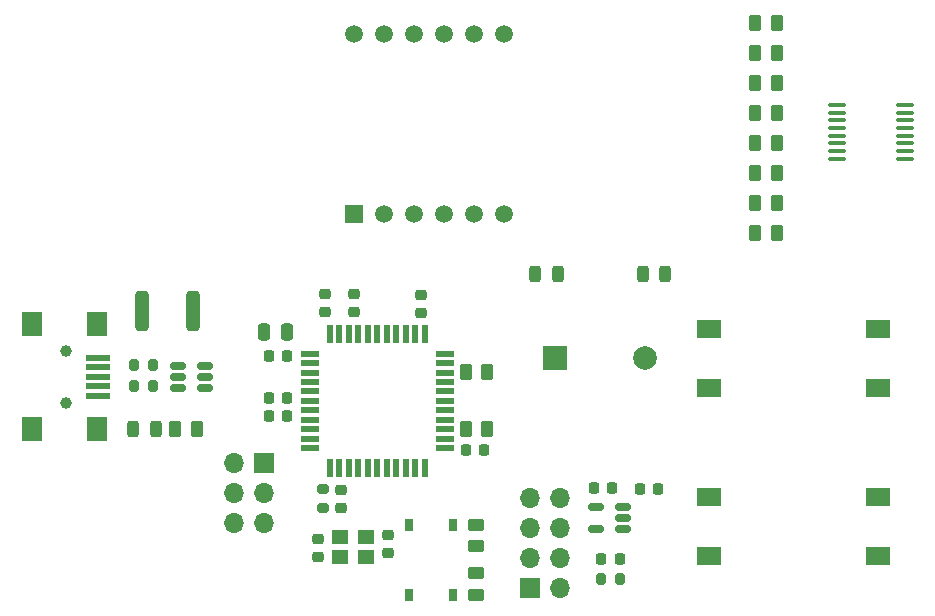
<source format=gbr>
%TF.GenerationSoftware,KiCad,Pcbnew,(7.0.0)*%
%TF.CreationDate,2023-05-03T17:51:17-06:00*%
%TF.ProjectId,Phase_B_Proto,50686173-655f-4425-9f50-726f746f2e6b,rev?*%
%TF.SameCoordinates,Original*%
%TF.FileFunction,Soldermask,Top*%
%TF.FilePolarity,Negative*%
%FSLAX46Y46*%
G04 Gerber Fmt 4.6, Leading zero omitted, Abs format (unit mm)*
G04 Created by KiCad (PCBNEW (7.0.0)) date 2023-05-03 17:51:17*
%MOMM*%
%LPD*%
G01*
G04 APERTURE LIST*
G04 Aperture macros list*
%AMRoundRect*
0 Rectangle with rounded corners*
0 $1 Rounding radius*
0 $2 $3 $4 $5 $6 $7 $8 $9 X,Y pos of 4 corners*
0 Add a 4 corners polygon primitive as box body*
4,1,4,$2,$3,$4,$5,$6,$7,$8,$9,$2,$3,0*
0 Add four circle primitives for the rounded corners*
1,1,$1+$1,$2,$3*
1,1,$1+$1,$4,$5*
1,1,$1+$1,$6,$7*
1,1,$1+$1,$8,$9*
0 Add four rect primitives between the rounded corners*
20,1,$1+$1,$2,$3,$4,$5,0*
20,1,$1+$1,$4,$5,$6,$7,0*
20,1,$1+$1,$6,$7,$8,$9,0*
20,1,$1+$1,$8,$9,$2,$3,0*%
G04 Aperture macros list end*
%ADD10RoundRect,0.225000X0.225000X0.250000X-0.225000X0.250000X-0.225000X-0.250000X0.225000X-0.250000X0*%
%ADD11RoundRect,0.250000X-0.262500X-0.450000X0.262500X-0.450000X0.262500X0.450000X-0.262500X0.450000X0*%
%ADD12RoundRect,0.250000X0.262500X0.450000X-0.262500X0.450000X-0.262500X-0.450000X0.262500X-0.450000X0*%
%ADD13RoundRect,0.243750X-0.243750X-0.456250X0.243750X-0.456250X0.243750X0.456250X-0.243750X0.456250X0*%
%ADD14RoundRect,0.250000X0.450000X-0.262500X0.450000X0.262500X-0.450000X0.262500X-0.450000X-0.262500X0*%
%ADD15RoundRect,0.225000X-0.225000X-0.250000X0.225000X-0.250000X0.225000X0.250000X-0.225000X0.250000X0*%
%ADD16C,1.000000*%
%ADD17R,2.000000X0.500000*%
%ADD18R,1.700000X2.000000*%
%ADD19RoundRect,0.225000X0.250000X-0.225000X0.250000X0.225000X-0.250000X0.225000X-0.250000X-0.225000X0*%
%ADD20RoundRect,0.200000X-0.200000X-0.275000X0.200000X-0.275000X0.200000X0.275000X-0.200000X0.275000X0*%
%ADD21R,2.000000X1.500000*%
%ADD22R,1.500000X0.550000*%
%ADD23R,0.550000X1.500000*%
%ADD24R,1.700000X1.700000*%
%ADD25O,1.700000X1.700000*%
%ADD26R,0.700000X1.000000*%
%ADD27RoundRect,0.243750X0.243750X0.456250X-0.243750X0.456250X-0.243750X-0.456250X0.243750X-0.456250X0*%
%ADD28RoundRect,0.150000X-0.512500X-0.150000X0.512500X-0.150000X0.512500X0.150000X-0.512500X0.150000X0*%
%ADD29RoundRect,0.100000X-0.637500X-0.100000X0.637500X-0.100000X0.637500X0.100000X-0.637500X0.100000X0*%
%ADD30R,1.500000X1.500000*%
%ADD31C,1.500000*%
%ADD32RoundRect,0.200000X0.200000X0.275000X-0.200000X0.275000X-0.200000X-0.275000X0.200000X-0.275000X0*%
%ADD33RoundRect,0.250000X-0.312500X-1.450000X0.312500X-1.450000X0.312500X1.450000X-0.312500X1.450000X0*%
%ADD34RoundRect,0.150000X0.512500X0.150000X-0.512500X0.150000X-0.512500X-0.150000X0.512500X-0.150000X0*%
%ADD35RoundRect,0.200000X0.275000X-0.200000X0.275000X0.200000X-0.275000X0.200000X-0.275000X-0.200000X0*%
%ADD36RoundRect,0.225000X-0.250000X0.225000X-0.250000X-0.225000X0.250000X-0.225000X0.250000X0.225000X0*%
%ADD37C,2.000000*%
%ADD38R,2.000000X2.000000*%
%ADD39R,1.400000X1.200000*%
%ADD40RoundRect,0.250000X0.250000X0.475000X-0.250000X0.475000X-0.250000X-0.475000X0.250000X-0.475000X0*%
G04 APERTURE END LIST*
D10*
%TO.C,C9*%
X166129000Y-85090000D03*
X164579000Y-85090000D03*
%TD*%
D11*
%TO.C,R4*%
X181205500Y-87757000D03*
X183030500Y-87757000D03*
%TD*%
D12*
%TO.C,R12*%
X207565000Y-71120000D03*
X205740000Y-71120000D03*
%TD*%
D13*
%TO.C,D3*%
X154963100Y-87680800D03*
X153088100Y-87680800D03*
%TD*%
D10*
%TO.C,C11*%
X166116000Y-81534000D03*
X164566000Y-81534000D03*
%TD*%
D14*
%TO.C,R2*%
X182067200Y-101750500D03*
X182067200Y-99925500D03*
%TD*%
D15*
%TO.C,C13*%
X195973400Y-92760800D03*
X197523400Y-92760800D03*
%TD*%
D12*
%TO.C,R11*%
X207565000Y-68580000D03*
X205740000Y-68580000D03*
%TD*%
D16*
%TO.C,J2*%
X147379000Y-81112000D03*
X147379000Y-85512000D03*
D17*
X150078999Y-81711999D03*
X150078999Y-82511999D03*
X150078999Y-83311999D03*
X150078999Y-84111999D03*
X150078999Y-84911999D03*
D18*
X149978999Y-78861999D03*
X144528999Y-78861999D03*
X149978999Y-87761999D03*
X144528999Y-87761999D03*
%TD*%
D14*
%TO.C,R1*%
X182067200Y-97633800D03*
X182067200Y-95808800D03*
%TD*%
D19*
%TO.C,C5*%
X177444400Y-77889400D03*
X177444400Y-76339400D03*
%TD*%
D20*
%TO.C,R14*%
X153099000Y-84074000D03*
X154749000Y-84074000D03*
%TD*%
D21*
%TO.C,S2*%
X216141199Y-98483999D03*
X201841199Y-98483999D03*
X216141199Y-93483999D03*
X201841199Y-93483999D03*
%TD*%
D22*
%TO.C,U3*%
X168035999Y-81343999D03*
X168035999Y-82143999D03*
X168035999Y-82943999D03*
X168035999Y-83743999D03*
X168035999Y-84543999D03*
X168035999Y-85343999D03*
X168035999Y-86143999D03*
X168035999Y-86943999D03*
X168035999Y-87743999D03*
X168035999Y-88543999D03*
X168035999Y-89343999D03*
D23*
X169735999Y-91043999D03*
X170535999Y-91043999D03*
X171335999Y-91043999D03*
X172135999Y-91043999D03*
X172935999Y-91043999D03*
X173735999Y-91043999D03*
X174535999Y-91043999D03*
X175335999Y-91043999D03*
X176135999Y-91043999D03*
X176935999Y-91043999D03*
X177735999Y-91043999D03*
D22*
X179435999Y-89343999D03*
X179435999Y-88543999D03*
X179435999Y-87743999D03*
X179435999Y-86943999D03*
X179435999Y-86143999D03*
X179435999Y-85343999D03*
X179435999Y-84543999D03*
X179435999Y-83743999D03*
X179435999Y-82943999D03*
X179435999Y-82143999D03*
X179435999Y-81343999D03*
D23*
X177735999Y-79643999D03*
X176935999Y-79643999D03*
X176135999Y-79643999D03*
X175335999Y-79643999D03*
X174535999Y-79643999D03*
X173735999Y-79643999D03*
X172935999Y-79643999D03*
X172135999Y-79643999D03*
X171335999Y-79643999D03*
X170535999Y-79643999D03*
X169735999Y-79643999D03*
%TD*%
D24*
%TO.C,J1*%
X164103999Y-90591399D03*
D25*
X161563999Y-90591399D03*
X164103999Y-93131399D03*
X161563999Y-93131399D03*
X164103999Y-95671399D03*
X161563999Y-95671399D03*
%TD*%
D12*
%TO.C,R16*%
X158441400Y-87680800D03*
X156616400Y-87680800D03*
%TD*%
D26*
%TO.C,S3*%
X180107199Y-95812099D03*
X180107199Y-101812099D03*
X176407199Y-95812099D03*
X176407199Y-101812099D03*
%TD*%
D24*
%TO.C,J3*%
X186669999Y-101208999D03*
D25*
X189209999Y-101208999D03*
X186669999Y-98668999D03*
X189209999Y-98668999D03*
X186669999Y-96128999D03*
X189209999Y-96128999D03*
X186669999Y-93588999D03*
X189209999Y-93588999D03*
%TD*%
D15*
%TO.C,C6*%
X181241400Y-89509600D03*
X182791400Y-89509600D03*
%TD*%
D27*
%TO.C,D2*%
X196194200Y-74574400D03*
X198069200Y-74574400D03*
%TD*%
D12*
%TO.C,R7*%
X207565000Y-58420000D03*
X205740000Y-58420000D03*
%TD*%
D28*
%TO.C,U4*%
X156850500Y-82362000D03*
X156850500Y-83312000D03*
X156850500Y-84262000D03*
X159125500Y-84262000D03*
X159125500Y-83312000D03*
X159125500Y-82362000D03*
%TD*%
D27*
%TO.C,D1*%
X187124100Y-74574400D03*
X188999100Y-74574400D03*
%TD*%
D10*
%TO.C,C14*%
X194259200Y-98755200D03*
X192709200Y-98755200D03*
%TD*%
D29*
%TO.C,U2*%
X212656500Y-60277500D03*
X212656500Y-60927500D03*
X212656500Y-61577500D03*
X212656500Y-62227500D03*
X212656500Y-62877500D03*
X212656500Y-63527500D03*
X212656500Y-64177500D03*
X212656500Y-64827500D03*
X218381500Y-64827500D03*
X218381500Y-64177500D03*
X218381500Y-63527500D03*
X218381500Y-62877500D03*
X218381500Y-62227500D03*
X218381500Y-61577500D03*
X218381500Y-60927500D03*
X218381500Y-60277500D03*
%TD*%
D30*
%TO.C,U1*%
X171754799Y-69494399D03*
D31*
X174294800Y-69494400D03*
X176834800Y-69494400D03*
X179374800Y-69494400D03*
X181914800Y-69494400D03*
X184454800Y-69494400D03*
X184454800Y-54254400D03*
X181914800Y-54254400D03*
X179374800Y-54254400D03*
X176834800Y-54254400D03*
X174294800Y-54254400D03*
X171754800Y-54254400D03*
%TD*%
D32*
%TO.C,R17*%
X194310000Y-100431600D03*
X192660000Y-100431600D03*
%TD*%
D33*
%TO.C,F1*%
X153818500Y-77724000D03*
X158093500Y-77724000D03*
%TD*%
D19*
%TO.C,C12*%
X171754800Y-77851600D03*
X171754800Y-76301600D03*
%TD*%
D12*
%TO.C,R8*%
X207565000Y-60960000D03*
X205740000Y-60960000D03*
%TD*%
D21*
%TO.C,S1*%
X216141199Y-84237199D03*
X201841199Y-84237199D03*
X216141199Y-79237199D03*
X201841199Y-79237199D03*
%TD*%
D34*
%TO.C,U5*%
X194558500Y-96200000D03*
X194558500Y-95250000D03*
X194558500Y-94300000D03*
X192283500Y-94300000D03*
X192283500Y-96200000D03*
%TD*%
D19*
%TO.C,C4*%
X169316400Y-77838600D03*
X169316400Y-76288600D03*
%TD*%
D35*
%TO.C,R13*%
X169113200Y-94449400D03*
X169113200Y-92799400D03*
%TD*%
D36*
%TO.C,C7*%
X170688000Y-94399400D03*
X170688000Y-92849400D03*
%TD*%
D12*
%TO.C,R9*%
X207565000Y-63500000D03*
X205740000Y-63500000D03*
%TD*%
D37*
%TO.C,LS1*%
X196392800Y-81737200D03*
D38*
X188792799Y-81737199D03*
%TD*%
D12*
%TO.C,R10*%
X207565000Y-66040000D03*
X205740000Y-66040000D03*
%TD*%
D11*
%TO.C,R3*%
X181229000Y-82931000D03*
X183054000Y-82931000D03*
%TD*%
D20*
%TO.C,R15*%
X153099000Y-82296000D03*
X154749000Y-82296000D03*
%TD*%
D39*
%TO.C,Y1*%
X172753199Y-96838399D03*
X170553199Y-96838399D03*
X170553199Y-98538399D03*
X172753199Y-98538399D03*
%TD*%
D15*
%TO.C,C15*%
X192048800Y-92710000D03*
X193598800Y-92710000D03*
%TD*%
D40*
%TO.C,C8*%
X166050000Y-79502000D03*
X164150000Y-79502000D03*
%TD*%
D10*
%TO.C,C10*%
X166129000Y-86614000D03*
X164579000Y-86614000D03*
%TD*%
D12*
%TO.C,R5*%
X207565000Y-53340000D03*
X205740000Y-53340000D03*
%TD*%
D36*
%TO.C,C2*%
X174650400Y-96672400D03*
X174650400Y-98222400D03*
%TD*%
D12*
%TO.C,R6*%
X207565000Y-55880000D03*
X205740000Y-55880000D03*
%TD*%
D19*
%TO.C,C3*%
X168757600Y-97028000D03*
X168757600Y-98578000D03*
%TD*%
M02*

</source>
